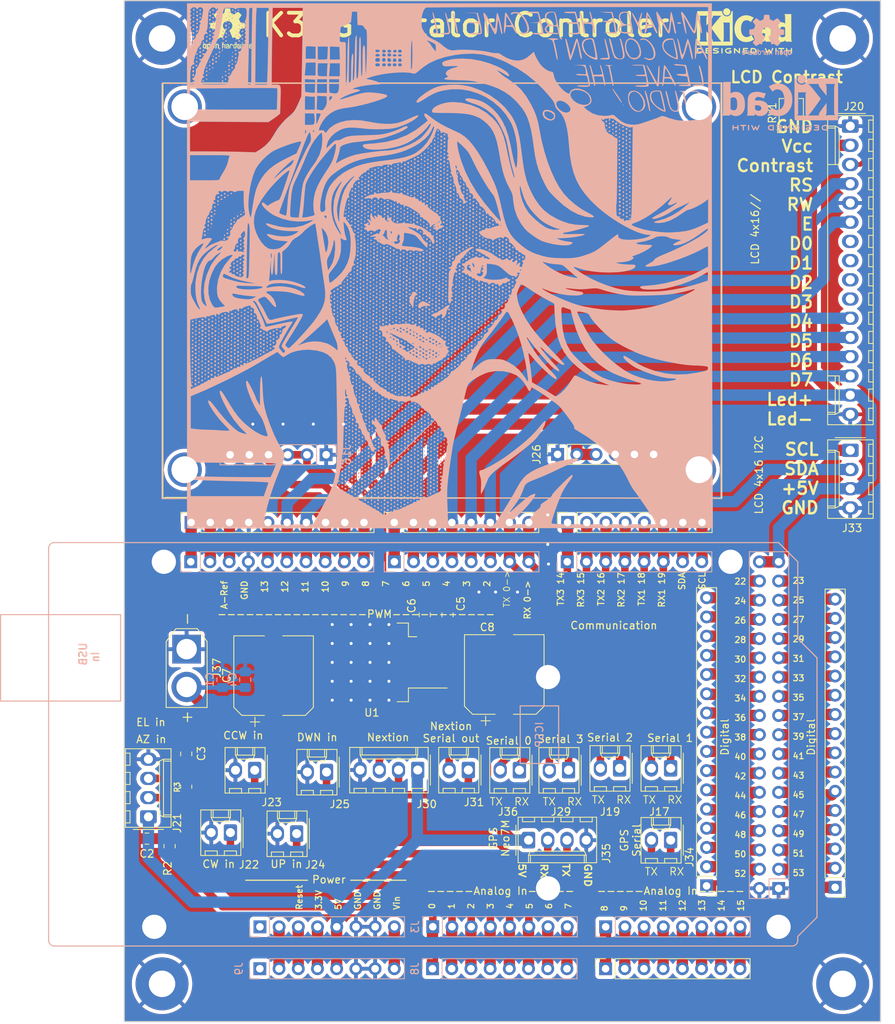
<source format=kicad_pcb>
(kicad_pcb (version 20221018) (generator pcbnew)
  (title_block (date "mar. 31 mars 2015"))
  (layers (0 "F.Cu" signal) (31 "B.Cu" signal) (34 "B.Paste" user) (35 "F.Paste" user) (36 "B.SilkS" user "B.Silkscreen") (37 "F.SilkS" user "F.Silkscreen") (38 "B.Mask" user) (39 "F.Mask" user) (44 "Edge.Cuts" user))
  (net 0 "")
  (net 1 "GND")
  (net 2 "/*52")
  (net 3 "/53")
  (net 4 "/50")
  (net 5 "/51")
  (net 6 "/48")
  (net 7 "/49")
  (net 8 "/*46")
  (net 9 "/47")
  (net 10 "/*44")
  (net 11 "/*45")
  (net 12 "/42")
  (net 13 "/43")
  (net 14 "/40")
  (net 15 "/41")
  (net 16 "/38")
  (net 17 "/39")
  (net 18 "/36")
  (net 19 "/37")
  (net 20 "/34")
  (net 21 "/35")
  (net 22 "/32")
  (net 23 "/33")
  (net 24 "/30")
  (net 25 "/31")
  (net 26 "/28")
  (net 27 "/29")
  (net 28 "/26")
  (net 29 "/27")
  (net 30 "/24")
  (net 31 "/25")
  (net 32 "/22")
  (net 33 "/23")
  (net 34 "+5V")
  (net 35 "/IOREF")
  (net 36 "AN0")
  (net 37 "AN1")
  (net 38 "/A6")
  (net 39 "/A7")
  (net 40 "/A8")
  (net 41 "/A9")
  (net 42 "/A10")
  (net 43 "/A11")
  (net 44 "/A12")
  (net 45 "/A13")
  (net 46 "/A14")
  (net 47 "/A15")
  (net 48 "/AREF")
  (net 49 "Blink")
  (net 50 "RS")
  (net 51 "E")
  (net 52 "/*10")
  (net 53 "D4")
  (net 54 "D5")
  (net 55 "D6")
  (net 56 "D7")
  (net 57 "/TX0{slash}1")
  (net 58 "/RX0{slash}0")
  (net 59 "+3V3")
  (net 60 "/TX3{slash}14")
  (net 61 "/RX3{slash}15")
  (net 62 "/TX2{slash}16")
  (net 63 "/RX2{slash}17")
  (net 64 "/TX1{slash}18")
  (net 65 "/RX1{slash}19")
  (net 66 "VCC")
  (net 67 "/~{RESET}")
  (net 70 "Net-(J20-Pin_3)")
  (net 75 "Net-(J21-Pin_2)")
  (net 76 "Net-(J21-Pin_3)")
  (net 77 "AN2")
  (net 78 "AN3")
  (net 79 "AN4")
  (net 80 "AN5")
  (net 81 "CW")
  (net 82 "CCW")
  (net 83 "UP")
  (net 84 "DWN")
  (net 85 "Net-(J30-Pin_2)")
  (net 86 "Net-(J30-Pin_3)")
  (net 87 "SDA")
  (net 88 "SCL")
  (net 89 "Net-(J34-Pin_1)")
  (net 90 "Net-(J34-Pin_2)")
  (net 91 "Net-(J37-Pin_2)")
  (footprint "Resistor_SMD:R_0805_2012Metric_Pad1.20x1.40mm_HandSolder" (layer "F.Cu") (at 118.2 78.94 -90)
    (fp_text reference "R3")
    (fp_text value "1k")
  )
  (footprint "Connector_Molex:Molex_KK-254_AE-6410-02A_1x02_P2.54mm_Vertical" (layer "F.Cu") (at 155.5 76.73 180)
    (fp_text reference "J31")
    (fp_text value "Conn_01x02")
  )
  (footprint "MountingHole:MountingHole_3.5mm_Pad" (layer "F.Cu") (at 205 105)
    (fp_text reference "H2" hide)
    (fp_text value "MountingHole_Pad")
  )
  (footprint "Symbol:KiCad-Logo2_5mm_SilkScreen" (layer "F.Cu") (at 192.01 -21)
    (fp_text reference "REF**" hide)
    (fp_text value "KiCad-Logo2_5mm_SilkScreen" hide)
  )
  (footprint "Arduino_MountingHole:MountingHole_3.2mm" (layer "F.Cu") (at 196.52 97.46)
    (fp_text reference "MH6" hide)
    (fp_text value "MountingHole_3.2mm" hide)
  )
  (footprint "Connector_Molex:Molex_KK-254_AE-6410-02A_1x02_P2.54mm_Vertical" (layer "F.Cu") (at 162.25 76.75 180)
    (fp_text reference "J36")
    (fp_text value "Conn_01x02")
  )
  (footprint "Connector_PinSocket_2.54mm:PinSocket_1x08_P2.54mm_Vertical" (layer "F.Cu") (at 173.64 103 90)
    (fp_text reference "J10" hide)
    (fp_text value "Analog")
  )
  (footprint "Capacitor_SMD:C_0805_2012Metric_Pad1.18x1.45mm_HandSolder" (layer "F.Cu") (at 152.75 56.2125 -90)
    (fp_text reference "C5")
    (fp_text value "10n")
  )
  (footprint "Potentiometer_SMD:Potentiometer_Bourns_TC33X_Vertical" (layer "F.Cu") (at 198.2 -10.15 90)
    (fp_text reference "RV1")
    (fp_text value "4k7")
  )
  (footprint "Connector_PinSocket_2.54mm:PinSocket_1x10_P2.54mm_Vertical" (layer "F.Cu") (at 118.84 44 90)
    (fp_text reference "J12" hide)
    (fp_text value "PWM")
  )
  (footprint "Capacitor_SMD:C_0805_2012Metric_Pad1.18x1.45mm_HandSolder" (layer "F.Cu") (at 113 85.8)
    (fp_text reference "C2")
    (fp_text value "10n")
  )
  (footprint "Connector_PinHeader_2.54mm:PinHeader_1x16_P2.54mm_Vertical" (layer "F.Cu") (at 187 92.05 180)
    (fp_text reference "J14" hide)
    (fp_text value "Conn_01x16")
  )
  (footprint "Connector_Molex:Molex_KK-254_AE-6410-02A_1x02_P2.54mm_Vertical" (layer "F.Cu") (at 136.75 77 180)
    (fp_text reference "J25")
    (fp_text value "Push_button_DwN")
  )
  (footprint "MountingHole:MountingHole_3.5mm_Pad" (layer "F.Cu") (at 115 105)
    (fp_text reference "H1" hide)
    (fp_text value "MountingHole_Pad")
  )
  (footprint "Connector_Molex:Molex_KK-254_AE-6410-02A_1x02_P2.54mm_Vertical" (layer "F.Cu") (at 168.75 76.75 180)
    (fp_text reference "J29")
    (fp_text value "Conn_01x02")
  )
  (footprint "Capacitor_SMD:C_0805_2012Metric_Pad1.18x1.45mm_HandSolder" (layer "F.Cu") (at 118.2 74.6 -90)
    (fp_text reference "C3")
    (fp_text value "10n")
  )
  (footprint "Connector_Molex:Molex_KK-254_AE-6410-02A_1x02_P2.54mm_Vertical" (layer "F.Cu") (at 124.04 85 180)
    (fp_text reference "J22")
    (fp_text value "Push_button_CW")
  )
  (footprint "Connector_PinSocket_2.54mm:PinSocket_1x08_P2.54mm_Vertical" (layer "F.Cu") (at 145.7 44 90)
    (fp_text reference "J13" hide)
    (fp_text value "PWM")
  )
  (footprint "Arduino_MountingHole:MountingHole_3.2mm" (layer "F.Cu") (at 115.24 49.2)
    (fp_text reference "MH1" hide)
    (fp_text value "MountingHole_3.2mm" hide)
  )
  (footprint "Connector_Molex:Molex_KK-254_AE-6410-02A_1x02_P2.54mm_Vertical" (layer "F.Cu") (at 175.5 76.5 180)
    (fp_text reference "J19")
    (fp_text value "Conn_01x02")
  )
  (footprint "MountingHole:MountingHole_3.5mm_Pad" (layer "F.Cu") (at 115 -20)
    (fp_text reference "H3" hide)
    (fp_text value "MountingHole_Pad")
  )
  (footprint "Symbol:OSHW-Logo2_7.3x6mm_SilkScreen" (layer "F.Cu") (at 123.67 -21.21)
    (fp_text reference "REF**" hide)
    (fp_text value "OSHW-Logo2_7.3x6mm_SilkScreen" hide)
  )
  (footprint "Connector_Molex:Molex_KK-254_AE-6410-02A_1x02_P2.54mm_Vertical" (layer "F.Cu") (at 182.25 76.5 180)
    (fp_text reference "J17")
    (fp_text value "Conn_01x02")
  )
  (footprint "Capacitor_SMD:C_0805_2012Metric_Pad1.18x1.45mm_HandSolder" (layer "F.Cu") (at 149.74 56.2125 -90)
    (fp_text reference "C6")
    (fp_text value "100n")
  )
  (footprint "Capacitor_SMD:CP_Elec_10x12.6" (layer "F.Cu") (at 129.75 64.25 90)
    (fp_text reference "C7")
    (fp_text value "100u")
  )
  (footprint "Resistor_SMD:R_0805_2012Metric_Pad1.20x1.40mm_HandSolder" (layer "F.Cu") (at 116 86.8 -90)
    (fp_text reference "R2")
    (fp_text value "1k")
  )
  (footprint "Connector_Molex:Molex_KK-254_AE-6410-04A_1x04_P2.54mm_Vertical" (layer "F.Cu") (at 148.81 76.73 180)
    (fp_text reference "J30")
    (fp_text value "Nextion")
  )
  (footprint "Connector_Molex:Molex_KK-254_AE-6410-04A_1x04_P2.54mm_Vertical" (layer "F.Cu") (at 163.46 86)
    (fp_text reference "J35")
    (fp_text value "GPS Neo7M")
  )
  (footprint "Connector_AMASS:AMASS_XT30U-F_1x02_P5.0mm_Vertical" (layer "F.Cu") (at 118.25 60.75 -90)
    (fp_text reference "J37")
    (fp_text value "XT30 connector")
  )
  (footprint "Connector_PinHeader_2.54mm:PinHeader_1x16_P2.54mm_Vertical" (layer "F.Cu") (at 204 92.24 180)
    (fp_text reference "J15" hide)
    (fp_text value "Conn_01x16")
  )
  (footprint "Capacitor_SMD:CP_Elec_10x12.6" (layer "F.Cu") (at 160.25 64.1 90)
    (fp_text reference "C8")
    (fp_text value "100u")
  )
  (footprint "Connector_Molex:Molex_KK-254_AE-6410-04A_1x04_P2.54mm_Vertical" (layer "F.Cu") (at 113.2 82.92 90)
    (fp_text reference "J21")
    (fp_text value "Conn_01x04")
  )
  (footprint "Package_TO_SOT_SMD:TO-263-3_TabPin2" (layer "F.Cu") (at 142.75 62.5 180)
    (fp_text reference "U1")
    (fp_text value "uA7805")
  )
  (footprint "Connector_PinSocket_2.54mm:PinSocket_1x08_P2.54mm_Vertical" (layer "F.Cu") (at 168.62 44 90)
    (fp_text reference "J11" hide)
    (fp_text value "Communication")
  )
  (footprint "Connector_Molex:Molex_KK-254_AE-6410-02A_1x02_P2.54mm_Vertical" (layer "F.Cu") (at 127.25 76.75 180)
    (fp_text reference "J23")
    (fp_text value "Push_button_CCW")
  )
  (footprint "Connector_Molex:Molex_KK-254_AE-6410-02A_1x02_P2.54mm_Vertical" (layer "F.Cu") (at 132.8 85.14 180)
    (fp_text reference "J24")
    (fp_text value "Push_button_UP")
  )
  (footprint "Connector_Molex:Molex_KK-254_AE-6410-16A_1x16_P2.54mm_Vertical" (layer "F.Cu") (at 206 -8.4 -90)
    (fp_text reference "J20")
    (fp_text value "LCD 4x16//")
  )
  (footprint "Arduino_MountingHole:MountingHole_3.2mm" (layer "F.Cu") (at 113.97 97.46)
    (fp_text reference "MH2" hide)
    (fp_text value "MountingHole_3.2mm" hide)
  )
  (footprint "Connector_PinSocket_2.54mm:PinSocket_1x06_P2.54mm_Vertical" (layer "F.Cu") (at 167.3 35 90)
    (fp_text reference "J26")
    (fp_text value "AZ_Relay")
  )
  (footprint "Arduino_MountingHole:MountingHole_3.2mm" (layer "F.Cu") (at 166.04 64.44)
    (fp_text reference "MH3" hide)
    (fp_text value "MountingHole_3.2mm" hide)
  )
  (footprint "Connector_Molex:Molex_KK-254_AE-6410-04A_1x04_P2.54mm_Vertical" (layer "F.Cu") (at 206 34.46 -90)
    (fp_text reference "J33")
    (fp_text value "LCD 4x16 I2C")
  )
  (footprint "Arduino_MountingHole:MountingHole_3.2mm" (layer "F.Cu") (at 166.04 92.38)
    (fp_text reference "MH4" hide)
    (fp_text value "MountingHole_3.2mm" hide)
  )
  (footprint "MountingHole:MountingHole_3.5mm_Pad" (layer "F.Cu") (at 205 -20)
    (fp_text reference "H4" hide)
    (fp_text value "MountingHole_Pad")
  )
  (footprint "Connector_Molex:Molex_KK-254_AE-6410-02A_1x02_P2.54mm_Vertical" (layer "F.Cu") (at 182.25 86 180)
    (fp_text reference "J34")
    (fp_text value "Conn_01x02")
  )
  (footprint "Arduino_MountingHole:MountingHole_3.2mm" (layer "F.Cu") (at 190.17 49.2)
    (fp_text reference "MH5" hide)
    (fp_text value "MountingHole_3.2mm" hide)
  )
  (footprint "Connector_PinSocket_2.54mm:PinSocket_2x18_P2.54mm_Vertical" (layer "B.Cu") (at 196.53 92.38)
    (fp_text reference "J7" hide)
    (fp_text value "Digital")
  )
  (footprint "Connector_PinSocket_2.54mm:PinSocket_1x08_P2.54mm_Vertical" (layer "B.Cu") (at 127.94 97.46 -90)
    (fp_text reference "J1" hide)
    (fp_text value "Power")
  )
  (footprint "Connector_PinSocket_2.54mm:PinSocket_1x08_P2.54mm_Vertical" (layer "B.Cu") (at 173.66 97.46 -90)
    (fp_text reference "J5" hide)
    (fp_text value "Analog")
  )
  (footprint "Connector_PinSocket_2.54mm:PinSocket_1x10_P2.54mm_Vertical" (layer "B.Cu") (at 118.796 49.2 -90)
    (fp_text reference "J2" hide)
    (fp_text value "PWM")
  )
  (footprint "Connector_PinSocket_2.54mm:PinSocket_1x08_P2.54mm_Vertical" (layer "B.Cu") (at 145.72 49.2 -90)
    (fp_text reference "J4" hide)
    (fp_text value "PWM")
  )
  (footprint "Connector_PinSocket_2.54mm:PinSocket_1x08_P2.54mm_Vertical" (layer "B.Cu") (at 168.58 49.2 -90)
    (fp_text reference "J6" hide)
    (fp_text value "Communication")
  )
  (footprint "Connector_PinHeader_2.54mm:PinHeader_1x08_P2.54mm_Vertical" (layer "B.Cu") (at 150.76 103 -90)
    (fp_text reference "J8")
    (fp_text value "Analog")
  )
  (footprint "Capacitor_SMD:C_0805_2012Metric_Pad1.18x1.45mm_HandSolder" (layer "B.Cu") (at 122.99 64.7875 -90)
    (fp_text reference "C1")
    (fp_text value "10n")
  )
  (footprint "Symbol:OSHW-Logo2_7.3x6mm_SilkScreen" (layer "B.Cu") (at 194.95 -20.36 180)
    (fp_text reference "REF**" hide)
    (fp_text value "OSHW-Logo2_7.3x6mm_SilkScreen" hide)
  )
  (footprint "Connector_PinHeader_2.54mm:PinHeader_1x08_P2.54mm_Vertical" (layer "B.Cu") (at 150.8 97.45 -90)
    (fp_text reference "J3")
    (fp_text value "Analog")
  )
  (footprint "Licht:lichtenstein" (layer "B.Cu") (at 153 10 180)
    (fp_text reference "G***" hide)
    (fp_text value "LOGO" hide)
  )
  (footprint "Connector_PinSocket_2.54mm:PinSocket_1x08_P2.54mm_Vertical" (layer "B.Cu") (at 127.93 103 -90)
    (fp_text reference "J9")
    (fp_text value "Power")
  )
  (footprint "Capacitor_SMD:C_0805_2012Metric_Pad1.18x1.45mm_HandSolder" (layer "B.Cu") (at 126 64.7875 -90)
    (fp_text reference "C4")
    (fp_text value "100n")
  )
  (footprint "Symbol:KiCad-Logo2_6mm_SilkScreen" (layer "B.Cu") (at 196.727487 -12.195152 180)
    (fp_text reference "REF**" hide)
    (fp_text value "KiCad-Logo2_6mm_SilkScreen" hide)
  )
  (footprint "Connector_PinSocket_2.54mm:PinSocket_1x06_P2.54mm_Vertical" (layer "B.Cu") (at 136.7 35.05 90)
    (fp_text reference "J16")
    (fp_text value "EL_Relay")
  )
  (gr_line (start 199.06 59.36) (end 201.6 61.9) (stroke (width 0.15)) (layer "B.SilkS"))
  (gr_line (start 100 99.238) (end 100 47.422) (stroke (width 0.15)) (layer "B.SilkS"))
  (gr_line (start 201.6 61.9) (end 201.6 96.19) (stroke (width 0.15)) (layer "B.SilkS"))
  (gr_rect (start 162.357 68.25) (end 167.437 75.87) (stroke (width 0.15)) (fill none) (layer "B.SilkS"))
  (gr_line (start 115 40.85) (end 188.5 40.75) (stroke (width 0.15)) (layer "B.SilkS"))
  (gr_line (start 198.298 100) (end 100.762 100) (stroke (width 0.15)) (layer "B.SilkS"))
  (gr_line (start 100.762 46.66) (end 196.52 46.66) (stroke (width 0.15)) (layer "B.SilkS"))
  (gr_line (start 115 -14.05) (end 115 40.85) (stroke (width 0.15)) (layer "B.SilkS"))
  (gr_line (start 188.9 40.85) (end 188.9 -14.05) (stroke (width 0.15)) (layer "B.SilkS"))
  (gr_arc (start 100.762 100) (mid 100.223184 99.776816) (end 100 99.238) (stroke (width 0.15)) (layer "B.SilkS"))
  (gr_line (start 93.65 67.615) (end 93.65 56.185) (stroke (width 0.15)) (layer "B.SilkS"))
  (gr_line (start 201.6 96.19) (end 199.06 98.73) (stroke (width 0.15)) (layer "B.SilkS"))
  (gr_line (start 196.52 46.66) (end 199.06 49.2) (stroke (width 0.15)) (layer "B.SilkS"))
  (gr_arc (start 199.06 99.238) (mid 198.836816 99.776816) (end 198.298 100) (stroke (width 0.15)) (layer "B.SilkS"))
  (gr_line (start 109.525 56.185) (end 109.525 67.615) (stroke (width 0.15)) (layer "B.SilkS"))
  (gr_line (start 93.65 56.185) (end 109.525 56.185) (stroke (width 0.15)) (layer "B.SilkS"))
  (gr_line (start 199.06 49.2) (end 199.06 59.36) (stroke (width 0.15)) (layer "B.SilkS"))
  (gr_line (start 199.06 98.73) (end 199.06 99.238) (stroke (width 0.15)) (layer "B.SilkS"))
  (gr_arc (start 100 47.422) (mid 100.223184 46.883184) (end 100.762 46.66) (stroke (width 0.15)) (layer "B.SilkS"))
  (gr_line (start 188.9 -14.05) (end 115 -14.05) (stroke (width 0.15)) (layer "B.SilkS"))
  (gr_line (start 109.525 67.615) (end 93.65 67.615) (stroke (width 0.15)) (layer "B.SilkS"))
  (gr_line (start 139.95 91.3) (end 147.25 91.3) (stroke (width 0.15)) (layer "F.SilkS"))
  (gr_line (start 115.5 40.7) (end 189 40.8) (stroke (width 0.15)) (layer "F.SilkS"))
  (gr_line (start 189 40.8) (end 189 -14.1) (stroke (width 0.15)) (layer "F.SilkS"))
  (gr_line (start 134.25 91.3) (end 126.05 91.3) (stroke (width 0.15)) (layer "F.SilkS"))
  (gr_line (start 115.1 40.8) (end 115.5 40.7) (stroke (width 0.15)) (layer "F.SilkS"))
  (gr_line (start 115.1 -14.1) (end 115.1 40.8) (stroke (width 0.15)) (layer "F.SilkS"))
  (gr_line (start 189 -14.1) (end 115.1 -14.1) (stroke (width 0.15)) (layer "F.SilkS"))
  (gr_rect (start 110 -25) (end 210 110) (stroke (width 0.15)) (fill none) (layer "Edge.Cuts"))
  (gr_text "USB \nIn" (at 106.75 61.78 90) (layer "B.SilkS") (effects (font (size 1 1) (thickness 0.2) bold) (justify bottom mirror)))
  (gr_text "ICSP" (at 164.897 72.06 90) (layer "B.SilkS") (effects (font (size 1 1)) (justify mirror)))
  (gr_text "Reset\n\n3.3V\n\n5V\n\nGND\n\nGND\n\nVin" (at 146.5 95.3 90) (layer "F.SilkS") (effects (font (size 0.8 0.8)) (justify left bottom)))
  (gr_text "GPS\nSerial" (at 178.33 86.02 90) (layer "F.SilkS") (effects (font (size 1 1)) (justify bottom)))
  (gr_text "Nextion" (at 142 73) (layer "F.SilkS") (effects (font (size 1 1)) (justify left bottom)))
  (gr_text "0\n\n1\n\n2\n\n3\n\n4\n\n5\n\n6\n\n7\n" (at 169.2 95.2 90) (layer "F.SilkS") (effects (font (size 0.8 0.8)) (justify left bottom)))
  (gr_text "LCD 4x16 I2C" (at 194.5 43 90) (layer "F.SilkS") (effects (font (size 1 1)) (justify left bottom)))
  (gr_text "TX  RX" (at 165.25 81.5) (layer "F.SilkS") (effects (font (size 1 1) (thickness 0.125)) (justify left bottom)))
  (gr_text "-----Analog In-----\n" (at 149.9 93.3) (layer "F.SilkS") (effects (font (size 1 1)) (justify left bottom)))
  (gr_text "Serial 3" (at 164.56 73.23) (layer "F.SilkS") (effects (font (size 1 1)) (justify left bottom)))
  (gr_text "TX  RX" (at 178.75 90.75) (layer "F.SilkS") (effects (font (size 1 1) (thickness 0.125)) (justify left bottom)))
  (gr_text "UP in" (at 129.25 89.75) (layer "F.SilkS") (effects (font (size 1 1)) (justify left bottom)))
  (gr_text "-----Analog In-----\n" (at 172.4 93.3) (layer "F.SilkS") (effects (font (size 1 1)) (justify left bottom)))
  (gr_text "TX  RX" (at 171.75 81.25) (layer "F.SilkS") (effects (font (size 1 1) (thickness 0.125)) (justify left bottom)))
  (gr_text "8\n\n9\n\n10\n\n11\n\n12\n\n13\n\n14\n\n15" (at 192 95.5 90) (layer "F.SilkS") (effects (font (size 0.8 0.8)) (justify left bottom)))
  (gr_text "Serial 1" (at 179.06 73.09) (layer "F.SilkS") (effects (font (size 1 1)) (justify left bottom)))
  (gr_text "TX3 14\n\nRX3 15\n\nTX2 16\n\nRX2 17\n\nTX1 18\n\nRX1 19\n\nSDA\n\nSCL" (at 186.9 50.5 90) (layer "F.SilkS") (effects (font (size 0.83 0.83)) (justify right bottom)))
  (gr_text "Nextion\nSerial out\n\n" (at 153.21 74.74) (layer "F.SilkS") (effects (font (size 1 1)) (justify bottom)))
  (gr_text "LCD Contrast" (at 190 -14) (layer "F.SilkS") (effects (font (size 1.5 1.5) (thickness 0.3) bold) (justify left bottom)))
  (gr_text "Communication" (at 168.9 58.2) (layer "F.SilkS") (effects (font (size 1 1)) (justify left bottom)))
  (gr_text "GND\n\nTX\n\nRX\n\n5V" (at 162.08 88.99 270) (layer "F.SilkS") (effects (font (size 0.9 1) (thickness 0.2) bold) (justify left bottom)))
  (gr_text "DWN in" (at 132.75 73) (layer "F.SilkS") (effects (font (size 1 1)) (justify left bottom)))
  (gr_text "Serial 0" (at 157.72 73.45) (layer "F.SilkS") (effects (font (size 1 1)) (justify left bottom)))
  (gr_text "Digital" (at 190 74.9 90) (layer "F.SilkS") (effects (font (size 1 1)) (justify left bottom)))
  (gr_text "LCD 4x16//" (at 194 10 90) (layer "F.SilkS") (effects (font (size 1 1)) (justify left bottom)))
  (gr_text "23\n\n25\n\n27\n\n29\n\n31\n\n33\n\n35\n\n37\n\n39\n\n41\n\n43\n\n45\n\n47\n\n49\n\n51\n\n53" (at 198.3 90.8) (layer "F.SilkS") (effects (font (size 0.8 0.8)) (justify left bottom)))
  (gr_text "Digital" (at 201.4 74.9 90) (layer "F.SilkS") (effects (font (size 1 1)) (justify left bottom)))
  (gr_text "EL in" (at 111.5 71) (layer "F.SilkS") (effects (font (size 1 1)) (justify left bottom)))
  (gr_text "----------------PWM-----------" (at 122.2 56.7) (layer "F.SilkS") (effects (font (size 1 1)) (justify left bottom)))
  (gr_text "22\n\n24\n\n26\n\n28\n\n30\n\n32\n\n34\n\n36\n\n38\n\n40\n\n42\n\n44\n\n46\n\n48\n\n50\n\n52" (at 190.6 90.9) (layer "F.SilkS") (effects (font (size 0.8 0.8)) (justify left bottom)))
  (gr_text "TX  RX" (at 178.5 81.25) (layer "F.SilkS") (effects (font (size 1 1) (thickness 0.125)) (justify left bottom)))
  (gr_text "AZ in" (at 111.5 73.25) (layer "F.SilkS") (effects (font (size 1 1)) (justify left bottom)))
  (gr_text "CW in" (at 120.25 89.75) (layer "F.SilkS") (effects (font (size 1 1)) (justify left bottom)))
  (gr_text "GPS\nNeo7M" (at 161 85.75 90) (layer "F.SilkS") (effects (font (size 1 1)) (justify bottom)))
  (gr_text "TX 0->" (at 161.07 50.27 90) (layer "F.SilkS") (effects (font (size 0.83 0.83) (thickness 0.10375)) (justify right bottom)))
  (gr_text "Power" (at 134.75 91.8) (layer "F.SilkS") (effects (font (size 1 1)) (justify left bottom)))
  (gr_text "K3NG Rotator Controler" (at 128 -20) (layer "F.SilkS") (effects (font (size 3 3) (thickness 0.5) bold) (justify left bottom)))
  (gr_text "A-Ref\n\nGND\n\n13\n\n12\n\n11\n\n10\n\n9\n\n8\n\n7\n\n6\n\n5\n\n4\n\n3\n\n2\n\n\n\nRX 0->" (at 163.8 51.6 90) (layer "F.SilkS") (effects (font (size 0.83 0.83)) (justify right bottom)))
  (gr_text "GND\nVcc\nContrast\nRS\nRW\nE\nD0\nD1\nD2\nD3\nD4\nD5\nD6\nD7\nLed+\nLed-\n" (at 201.25 31.25) (layer "F.SilkS") (effects (font (size 1.6 1.6) (thickness 0.3) bold) (justify right bottom)))
  (gr_text "Serial 2" (at 171.11 73.02) (layer "F.SilkS") (effects (font (size 1 1)) (justify left bottom)))
  (gr_text "CCW in" (at 123 72.75) (layer "F.SilkS") (effects (font (size 1 1)) (justify left bottom)))
  (gr_text "TX  RX" (at 158.25 81.5) (layer "F.SilkS") (effects (font (size 1 1) (thickness 0.125)) (justify left bottom)))
  (gr_text "SCL\nSDA\n+5V\nGND" (at 202 43) (layer "F.SilkS") (effects (font (size 1.6 1.6) (thickness 0.32) bold) (justify right bottom)))
  (via (at 186 -10.95) (size 4.5) (drill 3.5) (layers "F.Cu" "B.Cu") (net 0))
  (via (at 186 37) (size 4.5) (drill 3.5) (layers "F.Cu" "B.Cu") (net 0))
  (via (at 186 37.05) (size 4.5) (drill 3.5) (layers "F.Cu" "B.Cu") (net 0))
  (via (at 118 -11) (size 4.5) (drill 3.5) (layers "F.Cu" "B.Cu") (net 0))
  (via (at 118 37.05) (size 4.5) (drill 3.5) (layers "F.Cu" "B.Cu") (net 0))
  (via (at 186 -11) (size 4.5) (drill 3.5) (layers "F.Cu" "B.Cu") (net 0))
  (via (at 118 -10.95) (size 4.5) (drill 3.5) (layers "F.Cu" "B.Cu") (net 0))
  (via (at 118 37) (size 4.5) (drill 3.5) (layers "F.Cu" "B.Cu") (net 0))
  (segment (start 143.17 97.47) (end 143.18 97.46) (width 1.5) (layer "F.Cu") (net 1))
  (segment (start 205.96 42.04) (end 206 42.08) (width 1.5) (layer "F.Cu") (net 1))
  (via (at 145 62.5) (size 0.6) (drill 0.4) (layers "F.Cu" "B.Cu") (net 1))
  (via (at 166 43) (size 0.6) (drill 0.4) (layers "F.Cu" "B.Cu") (net 1))
  (via (at 145 65) (size 0.6) (drill 0.4) (layers "F.Cu" "B.Cu") (net 1))
  (via (at 142.5 65) (size 0.6) (drill 0.4) (layers "F.Cu" "B.Cu") (net 1))
  (via (at 142.5 62.5) (size 0.6) (drill 0.4) (layers "F.Cu" "B.Cu") (net 1))
  (via (at 142.5 67.5) (size 0.6) (drill 0.4) (layers "F.Cu" "B.Cu") (net 1))
  (via (at 139 31) (size 0.6) (drill 0.4) (layers "F.Cu" "B.Cu") (net 1))
  (via (at 162 53.2) (size 0.6) (drill 0.4) (layers "F.Cu" "B.Cu") (net 1))
  (via (at 137.5 62.5) (size 0.6) (drill 0.4) (layers "F.Cu" "B.Cu") (net 1))
  (via (at 166.1 49.5) (size 0.6) (drill 0.4) (layers "F.Cu" "B.Cu") (net 1))
  (via (at 142.5 57.5) (size 0.6) (drill 0.4) (layers "F.Cu" "B.Cu") (net 1))
  (via (at 137.5 60) (size 0.6) (drill 0.4) (layers "F.Cu" "B.Cu") (net 1))
  (via (at 156.9 53.2) (size 0.6) (drill 0.4) (layers "F.Cu" "B.Cu") (net 1))
  (via (at 145 67.5) (size 0.6) (drill 0.4) (layers "F.Cu" "B.Cu") (net 1))
  (via (at 137.5 57.5) (size 0.6) (drill 0.4) (layers "F.Cu" "B.Cu") (net 1))
  (via (at 142.5 60) (size 0.6) (drill 0.4) (layers "F.Cu" "B.Cu") (net 1))
  (via (at 140 60) (size 0.6) (drill 0.4) (layers "F.Cu" "B.Cu") (net 1))
  (via (at 135 31) (size 0.6) (drill 0.4) (layers "F.Cu" "B.Cu") (net 1))
  (via (at 140 62.5) (size 0.6) (drill 0.4) (layers "F.Cu" "B.Cu") (net 1))
  (via (at 137.5 67.5) (size 0.6) (drill 0.4) (layers "F.Cu" "B.Cu") (net 1))
  (via (at 159.1 53.2) (size 0.6) (drill 0.4) (layers "F.Cu" "B.Cu") (net 1))
  (via (at 131 31) (size 0.6) (drill 0.4) (layers "F.Cu" "B.Cu") (net 1))
  (via (at 140 57.5) (size 0.6) (drill 0.4) (layers "F.Cu" "B.Cu") (net 1))
  (via (at 127 31) (size 0.6) (drill 0.4) (layers "F.Cu" "B.Cu") (net 1))
  (via (at 145 57.5) (size 0.6) (drill 0.4) (layers "F.Cu" "B.Cu") (net 1))
  (via (at 166 46.9) (size 0.6) (drill 0.4) (layers "F.Cu" "B.Cu") (net 1))
  (via (at 140 65) (size 0.6) (drill 0.4) (layers "F.Cu" "B.Cu") (net 1))
  (via (at 137.5 65) (size 0.6) (drill 0.4) (layers "F.Cu" "B.Cu") (net 1))
  (via (at 140 67.5) (size 0.6) (drill 0.4) (layers "F.Cu" "B.Cu") (net 1))
  (via (at 145 60) (size 0.6) (drill 0.4) (layers "F.Cu" "B.Cu") (net 1))
  (segment (start 136.75 35) (end 136.7 35.05) (width 1.5) (layer "B.Cu") (net 1))
  (segment (start 196.53 89.84) (end 197.58 89.84) (width 1.5) (layer "F.Cu") (net 2))
  (segment (start 199.98 92.24) (end 204 92.24) (width 1.5) (layer "F.Cu") (net 2))
  (segment (start 197.58 89.84) (end 199.98 92.24) (width 1.5) (layer "F.Cu") (net 2))
  (segment (start 190.85 92.05) (end 187 92.05) (width 1.5) (layer "F.Cu") (net 3))
  (segment (start 193.06 89.84) (end 190.85 92.05) (width 1.5) (layer "F.Cu") (net 3))
  (segment (start 193.99 89.84) (end 193.06 89.84) (width 1.5) (layer "F.Cu") (net 3))
  (segment (start 200.04 89.7) (end 204 89.7) (width 1.5) (layer "F.Cu") (net 4))
  (segment (start 197.64 87.3) (end 200.04 89.7) (width 1.5) (layer "F.Cu") (net 4))
  (segment (start 196.53 87.3) (end 197.64 87.3) (width 1.5) (layer "F.Cu") (net 4))
  (segment (start 190.346652 89.51) (end 187 89.51) (width 1.5) (layer "F.Cu") (net 5))
  (segment (start 192.556652 87.3) (end 190.346652 89.51) (width 1.5) (layer "F.Cu") (net 5))
  (segment (start 193.99 87.3) (end 192.556652 87.3) (width 1.5) (layer "F.Cu") (net 5))
  (segment (start 196.53 84.76) (end 197.85 84.76) (width 1.5) (layer "F.Cu") (net 6))
  (segment (start 197.85 84.76) (end 200.25 87.16) (width 1.5) (layer "F.Cu") (net 6))
  (segment (start 200.25 87.16) (end 204 87.16) (width 1.5) (layer "F.Cu") (net 6))
  (segment (start 193.99 84.76) (end 192.69249 84.76) (width 1.5) (layer "F.Cu") (net 7))
  (segment (start 190.482489 86.97) (end 187 86.97) (width 1.5) (layer "F.Cu") (net 7))
  (segment (start 192.69249 84.76) (end 190.482489 86.97) (width 1.5) (layer "F.Cu") (net 7))
  (segment (start 196.53 82.22) (end 197.96 82.22) (width 1.5) (layer "F.Cu") (net 8))
  (segment (start 197.96 82.22) (end 200.36 84.62) (width 1.5) (layer "F.Cu") (net 8))
  (segment (start 200.36 84.62) (end 204 84.62) (width 1.5) (layer "F.Cu") (net 8))
  (segment (start 192.828328 82.22) (end 190.618328 84.43) (width 1.5) (layer "F.Cu") (net 9))
  (segment (start 190.618328 84.43) (end 187 84.43) (width 1.5) (layer "F.Cu") (net 9))
  (segment (start 193.99 82.22) (end 192.828328 82.22) (width 1.5) (layer "F.Cu") (net 9))
  (segment (start 196.53 79.68) (end 197.93 79.68) (width 1.5) (layer "F.Cu") (net 10))
  (segment (start 200.33 82.08) (end 204 82.08) (width 1.5) (layer "F.Cu") (net 10))
  (segment (start 197.93 79.68) (end 200.33 82.08) (width 1.5) (layer "F.Cu") (net 10))
  (segment (start 192.964164 79.68) (end 190.654164 81.99) (width 1.5) (layer "F.Cu") (net 11))
  (segment (start 193.99 79.68) (end 192.964164 79.68) (width 1.5) (layer "F.Cu") (net 11))
  (segment (start 190.654164 81.99) (end 187.1 81.99) (width 1.5) (layer "F.Cu") (net 11))
  (segment (start 187.1 81.99) (end 187 81.89) (width 1.5) (layer "F.Cu") (net 11))
  (segment (start 196.53 77.14) (end 197.94 77.14) (width 1.5) (layer "F.Cu") (net 12))
  (segment (start 203.52 80.02) (end 204 79.54) (width 1.5) (layer "F.Cu") (net 12))
  (segment (start 200.82 80.02) (end 203.52 80.02) (width 1.5) (layer "F.Cu") (net 12))
  (segment (start 197.94 77.14) (end 200.82 80.02) (width 1.5) (layer "F.Cu") (net 12))
  (segment (start 187.06 79.41) (end 187 79.35) (width 1.5) (layer "F.Cu") (net 13))
  (segment (start 192.787919 77.14) (end 190.517919 79.41) (width 1.5) (layer "F.Cu") (net 13))
  (segment (start 193.99 77.14) (end 192.787919 77.14) (width 1.5) (layer "F.Cu") (net 13))
  (segment (start 190.517919 79.41) (end 187.06 79.41) (width 1.5) (layer "F.Cu") (net 13))
  (segment (start 196.53 74.6) (end 198.12 74.6) (width 1.5) (layer "F.Cu") (net 14))
  (segment (start 198.12 74.6) (end 200.52 77) (width 1.5) (layer "F.Cu") (net 14))
  (segment (start 200.52 77) (end 204 77) (width 1.5) (layer "F.Cu") (net 14))
  (segment (start 193.99 74.6) (end 192.319748 74.6) (width 1.5) (layer "F.Cu") (net 15))
  (segment (start 190.109748 76.81) (end 187 76.81) (width 1.5) (layer "F.Cu") (net 15))
  (segment (start 192.319748 74.6) (end 190.109748 76.81) (width 1.5) (layer "F.Cu") (net 15))
  (segment (start 196.53 72.06) (end 198.07 72.06) (width 1.5) (layer "F.Cu") (net 16))
  (segment (start 200.47 74.46) (end 204 74.46) (width 1.5) (layer "F.Cu") (net 16))
  (segment (start 198.07 72.06) (end 200.47 74.46) (width 1.5) (layer "F.Cu") (net 16))
  (segment (start 191.89 72.06) (end 189.68 74.27) (width 1.5) (layer "F.Cu") (net 17))
  (segment (start 189.68 74.27) (end 187 74.27) (width 1.5) (layer "F.Cu") (net 17))
  (segment (start 193.99 72.06) (end 191.89 72.06) (width 1.5) (layer "F.Cu") (net 17))
  (segment (start 200.38 71.92) (end 204 71.92) (width 1.5) (layer "F.Cu") (net 18))
  (segment (start 197.98 69.52) (end 200.38 71.92) (width 1.5) (layer "F.Cu") (net 18))
  (segment (start 196.53 69.52) (end 197.98 69.52) (width 1.5) (layer "F.Cu") (net 18))
  (segment (start 191.720818 69.52) (end 189.510818 71.73) (width 1.5) (layer "F.Cu") (net 19))
  (segment (start 189.510818 71.73) (end 187 71.73) (width 1.5) (layer "F.Cu") (net 19))
  (segment (start 193.99 69.52) (end 191.720818 69.52) (width 1.5) (layer "F.Cu") (net 19))
  (segment (start 196.53 66.98) (end 197.93 66.98) (width 1.5) (layer "F.Cu") (net 20))
  (segment (start 200.33 69.38) (end 204 69.38) (width 1.5) (layer "F.Cu") (net 20))
  (segment (start 197.93 66.98) (end 200.33 69.38) (width 1.5) (layer "F.Cu") (net 20))
  (segment (start 189.646656 69.19) (end 187 69.19) (width 1.5) (layer "F.Cu") (net 21))
  (segment (start 191.856656 66.98) (end 189.646656 69.19) (width 1.5) (layer "F.Cu") (net 21))
  (segment (start 193.99 66.98) (end 191.856656 66.98) (width 1.5) (layer "F.Cu") (net 21))
  (segment (start 197.94 64.44) (end 200.34 66.84) (width 1.5) (layer "F.Cu") (net 22))
  (segment (start 200.34 66.84) (end 204 66.84) (width 1.5) (layer "F.Cu") (net 22))
  (segment (start 196.53 64.44) (end 197.94 64.44) (width 1.5) (layer "F.Cu") (net 22))
  (segment (start 189.712492 66.72) (end 187.07 66.72) (width 1.5) (layer "F.Cu") (net 23))
  (segment (start 187.07 66.72) (end 187 66.65) (width 1.5) (layer "F.Cu") (net 23))
  (segment (start 191.992492 64.44) (end 189.712492 66.72) (width 1.5) (layer "F.Cu") (net 23))
  (segment (start 193.99 64.44) (end 191.992492 64.44) (width 1.5) (layer "F.Cu") (net 23))
  (segment (start 196.53 61.9) (end 197.93 61.9) (width 1.5) (layer "F.Cu") (net 24))
  (segment (start 197.93 61.9) (end 200.33 64.3) (width 1.5) (layer "F.Cu") (net 24))
  (segment (start 200.33 64.3) (end 204 64.3) (width 1.5) (layer "F.Cu") (net 24))
  (segment (start 193.99 61.9) (end 192.128328 61.9) (width 1.5) (layer "F.Cu") (net 25))
  (segment (start 187.08 64.03) (end 187 64.11) (width 1.5) (layer "F.Cu") (net 25))
  (segment (start 192.128328 61.9) (end 189.998328 64.03) (width 1.5) (layer "F.Cu") (net 25))
  (segment (start 189.998328 64.03) (end 187.08 64.03) (width 1.5) (layer "F.Cu") (net 25))
  (segment (start 196.53 59.36) (end 197.99 59.36) (width 1.5) (layer "F.Cu") (net 26))
  (segment (start 200.39 61.76) (end 204 61.76) (width 1.5) (layer "F.Cu") (net 26))
  (segment (start 197.99 59.36) (end 200.39 61.76) (width 1.5) (layer "F.Cu") (net 26))
  (segment (start 192.264164 59.36) (end 190.054164 61.57) (width 1.5) (layer "F.Cu") (net 27))
  (segment (start 190.054164 61.57) (end 187 61.57) (width 1.5) (layer "F.Cu") (net 27))
  (segment (start 193.99 59.36) (end 192.264164 59.36) (width 1.5) (layer "F.Cu") (net 27))
  (segment (start 200.5 59.22) (end 204 59.22) (width 1.5) (layer "F.Cu") (net 28))
  (segment (start 198.1 56.82) (end 200.5 59.22) (width 1.5) (layer "F.Cu") (net 28))
  (segment (start 196.53 56.82) (end 198.1 56.82) (width 1.5) (layer "F.Cu") (net 28))
  (segment (start 193.99 56.82) (end 192.11 56.82) (width 1.5) (layer "F.Cu") (net 29))
  (segment (start 189.9 59.03) (end 187 59.03) (width 1.5) (layer "F.Cu") (net 29))
  (segment (start 192.11 56.82) (end 189.9 59.03) (width 1.5) (layer "F.Cu") (net 29))
  (segment (start 196.53 54.28) (end 198.23 54.28) (width 1.5) (layer "F.Cu") (net 30))
  (segment (start 200.63 56.68) (end 204 56.68) (width 1.5) (layer "F.Cu") (net 30))
  (segment (start 198.23 54.28) (end 200.63 56.68) (width 1.5) (layer "F.Cu") (net 30))
  (segment (start 191.8 54.28) (end 189.59 56.49) (width 1.5) (layer "F.Cu") (net 31))
  (segment (start 193.99 54.28) (end 191.8 54.28) (width 1.5) (layer "F.Cu") (net 31))
  (segment (start 189.59 56.49) (end 187 56.49) (width 1.5) (layer "F.Cu") (net 31))
  (segment (start 196.53 51.74) (end 198.22 51.74) (width 1.5) (layer "F.Cu") (net 32))
  (segment (start 198.22 51.74) (end 200.62 54.14) (width 1.5) (layer "F.Cu") (net 32))
  (segment (start 200.62 54.14) (end 204 54.14) (width 1.5) (layer "F.Cu") (net 32))
  (segment (start 189.33 53.95) (end 187 53.95) (width 1.5) (layer "F.Cu") (net 33))
  (segment (start 191.54 51.74) (end 189.33 53.95) (width 1.5) (layer "F.Cu") (net 33))
  (segment (start 193.99 51.74) (end 191.54 51.74) (width 1.5) (layer "F.Cu") (net 33))
  (segment (start 160.25 70.5) (end 157.75 73) (width 1.5) (layer "F.Cu") (net 34))
  (segment (start 200.86 -3.26) (end 203.46 -5.86) (width 1.5) (layer "F.Cu") (net 34))
  (segment (start 146 53) (end 143.9 50.9) (width 1.5) (layer "F.Cu") (net 34))
  (segment (start 152.75 57.61) (end 150.4 59.96) (width 0.6) (layer "F.Cu") (net 34))
  (segment (start 140 28) (end 126 28) (width 1.5) (layer "F.Cu") (net 34))
  (segment (start 142 38) (end 142 30) (width 1.5) (layer "F.Cu") (net 34))
  (segment (start 157.75 73) (end 157.75 82.5) (width 1.5) (layer "F.Cu") (net 34))
  (segment (start 126 28) (end 124 30) (width 1.5) (layer "F.Cu") (net 34))
  (segment (start 138.09 97.47) (end 138.1 97.46) (width 1.5) (layer "F.Cu") (net 34))
  (segment (start 196.53 49.2) (end 193.99 49.2) (width 1.5) (layer "F.Cu") (net 34))
  (segment (start 206 27.16) (end 203.91 27.16) (width 1.5) (layer "F.Cu") (net 34))
  (segment (start 143.9 50.9) (end 143.9 39.9) (width 1.5) (layer "F.Cu") (net 34))
  (segment (start 143.9 39.9) (end 142 38) (width 1.5) (layer "F.Cu") (net 34))
  (segment (start 197.2 -7) (end 197.2 -5.4) (width 1) (layer "F.Cu") (net 34))
  (segment (start 149.74 59.3) (end 150.4 59.96) (width 0.6) (layer "F.Cu") (net 34))
  (segment (start 203.91 27.16) (end 200.86 24.11) (width 1.5) (layer "F.Cu") (net 34))
  (segment (start 138.09 103) (end 138.09 97.47) (width 1.5) (layer "F.Cu") (net 34))
  (segment (start 149.74 57.25) (end 149.74 59.3) (width 0.6) (layer "F.Cu") (net 34))
  (segment (start 157.75 82.5) (end 161.25 86) (width 1.5) (layer "F.Cu") (net 34))
  (segment (start 160.25 68.45) (end 160.25 70.5) (width 1.5) (layer "F.Cu") (net 34))
  (segment (start 197.2 -5.4) (end 199.34 -3.26) (width 1) (layer "F.Cu") (net 34))
  (segment (start 155.375 61.625) (end 153.71 59.96) (width 1.5) (layer "F.Cu") (net 34))
  (segment (start 153.71 59.96) (end 150.4 59.96) (width 1.5) (layer "F.Cu") (net 34))
  (segment (start 203.46 -5.86) (end 206 -5.86) (width 1.5) (layer "F.Cu") (net 34))
  (segment (start 161.25 86) (end 163.46 86) (width 1.5) (layer "F.Cu") (net 34))
  (segment (start 152.75 57.25) (end 152.75 57.61) (width 0.6) (layer "F.Cu") (net 34))
  (segment (start 200.86 24.11) (end 200.86 -3.26) (width 1.5) (layer "F.Cu") (net 34))
  (segment (start 154.042278 53) (end 146 53) (width 1.5) (layer "F.Cu") (net 34))
  (segment (start 199.34 -3.26) (end 200.86 -3.26) (width 1) (layer "F.Cu") (net 34))
  (segment (start 124 30) (end 124 35.05) (width 1.5) (layer "F.Cu") (net 34))
  (segment (start 160.25 66.5) (end 155.375 61.625) (width 1.5) (layer "F.Cu") (net 34))
  (segment (start 152.75 57.25) (end 153 57.5) (width 0.6) (layer "F.Cu") (net 34))
  (segment (start 155.375 61.625) (end 155.375 54.332722) (width 1.5) (layer "F.Cu") (net 34))
  (segment (start 142 30) (end 140 28) (width 1.5) (layer "F.Cu") (net 34))
  (segment (start 205.96 39.5) (end 206 39.54) (width 1.5) (layer "F.Cu") (net 34))
  (segment (start 155.375 54.332722) (end 154.042278 53) (width 1.5) (layer "F.Cu") (net 34))
  (segment (start 148.75 76.79) (end 148.81 76.73) (width 1.5) (layer "B.Cu") (net 34))
  (segment (start 208.75 38) (end 208.75 28.75) (width 1.5) (layer "B.Cu") (net 34))
  (segment (start 201.71 39.54) (end 206 39.54) (width 1.5) (layer "B.Cu") (net 34))
  (segment (start 208.75 28.75) (end 207.16 27.16) (width 1.5) (layer "B.Cu") (net 34))
  (segment (start 206 39.54) (end 207.21 39.54) (width 1.5) (layer "B.Cu") (net 34))
  (segment (start 196.53 44.72) (end 201.71 39.54) (width 1.5) (layer "B.Cu") (net 34))
  (segment (start 196.53 49.2) (end 196.53 44.72) (width 1.5) (layer "B.Cu") (net 34))
  (segment (start 148.75 86) (end 148.75 76.79) (width 1.5) (layer "B.Cu") (net 34))
  (segment (start 138.1 95.9) (end 138.1 97.46) (width 1.5) (layer "B.Cu") (net 34))
  (segment (start 206 27.16) (end 186.84 27.16) (width 1.5) (layer "B.Cu") (net 34))
  (segment (start 207.16 27.16) (end 206 27.16) (width 1.5) (layer "B.Cu") (net 34))
  (segment (start 204.64 27.16) (end 206 27.16) (width 1.5) (layer "B.Cu") (net 34))
  (segment (start 148.75 86) (end 138.1 96.65) (width 1.5) (layer "B.Cu") (net 34))
  (segment (start 138.1 96.65) (end 138.1 97.46) (width 1.5) (layer "B.Cu") (net 34))
  (segment (start 136.4 94.2) (end 138.1 95.9) (width 1.5) (layer "B.Cu") (net 34))
  (segment (start 119 94.2) (end 136.4 94.2) (width 1.5) (layer "B.Cu") (net 34))
  (segment (start 186.84 27.16) (end 180 34) (width 1.5) (layer "B.Cu") (net 34))
  (segment (start 207.21 39.54) (end 208.75 38) (width 1.5) (layer "B.Cu") (net 34))
  (segment (start 163.46 86) (end 148.75 86) (width 1.5) (layer "B.Cu") (net 34))
  (segment (start 113.2 88.4) (end 119 94.2) (width 1.5) (layer "B.Cu") (net 34))
  (segment (start 113.2 82.92) (end 113.2 88.4) (width 1.5) (layer "B.Cu") (net 34))
  (segment (start 180 34) (end 180 35) (width 1.5) (layer "B.Cu") (net 34))
  (segment (start 130.47 97.47) (end 130.48 97.46) (width 1.5) (layer "F.Cu") (net 35))
  (segment (start 130.47 103) (end 130.47 97.47) (width 1.5) (layer "F.Cu") (net 35))
  (segment (start 123 94.8) (end 150 94.8) (width 1) (layer "F.Cu") (net 36))
  (segment (start 150 94.8) (end 150.8 95.6) (width 1) (layer "F.Cu") (net 36))
  (segment (start 150.8 95.6) (end 150.8 97.45) (width 1) (layer "F.Cu") (net 36))
  (segment (start 116 87.8) (end 123 94.8) (width 1) (layer "F.Cu") (net 36))
  (segment (start 150.76 97.49) (end 150.8 97.45) (width 1.5) (layer "F.Cu") (net 36))
  (segment (start 150.76 103) (end 150.76 97.49) (width 1.5) (layer "F.Cu") (net 36))
  (segment (start 118.2 87) (end 124.6 93.4) (width 1) (layer "F.Cu") (net 37))
  (segment (start 118.2 79.94) (end 118.2 87) (width 1) (layer "F.Cu") (net 37))
  (segment (start 153.3 97.49) (end 153.34 97.45) (width 1.5) (layer "F.Cu") (net 37))
  (segment (start 151.4 93.4) (end 153.34 95.34) (width 1) (layer "F.Cu") (net 37))
  (segment (start 153.34 95.34) (end 153.34 97.45) (width 1) (layer "F.Cu") (net 37))
  (segment (start 153.3 103) (end 153.3 97.49) (width 1.5) (layer "F.Cu") (net 37))
  (segment (start 124.6 93.4) (end 151.4 93.4) (width 1) (layer "F.Cu") (net 37))
  (segment (start 166 97.49) (end 166.04 97.45) (width 1.5) (layer "F.Cu") (net 38))
  (segment (start 166 103) (end 166 97.49) (width 1.5) (layer "F.Cu") (net 38))
  (segment (start 168.54 103) (end 168.54 97.49) (width 1.5) (layer "F.Cu") (net 39))
  (segment (start 168.54 97.49) (end 168.58 97.45) (width 1.5) (layer "F.Cu") (net 39))
  (segment (start 173.64 97.48) (end 173.66 97.46) (width 1.5) (layer "F.Cu") (net 40))
  (segment (start 173.64 103) (end 173.64 97.48) (width 1.5) (layer "F.Cu") (net 40))
  (segment (start 176.18 103) (end 176.18 97.48) (width 1.5) (layer "F.Cu") (net 41))
  (segment (start 176.18 97.48) (end 176.2 97.46) (width 1.5) (layer "F.Cu") (net 41))
  (segment (start 178.72 103) (end 178.72 97.48) (width 1.5) (layer "F.Cu") (net 42))
  (segment (start 178.72 97.48) (end 178.74 97.46) (width 1.5) (layer "F.Cu") (net 42))
  (segment (start 181.26 103) (end 181.26 97.48) (width 1.5) (layer "F.Cu") (net 43))
  (segment (start 181.26 97.48) (end 181.28 97.46) (width 1.5) (layer "F.Cu") (net 43))
  (segment (start 183.8 103) (end 183.8 97.48) (width 1.5) (layer "F.Cu") (net 44))
  (segment (start 183.8 97.48) (end 183.82 97.46) (width 1.5) (layer "F.Cu") (net 44))
  (segment (start 186.34 97.48) (end 186.36 97.46) (width 1.5) (layer "F.Cu") (net 45))
  (segment (start 186.34 103) (end 186.34 97.48) (width 1.5) (layer "F.Cu") (net 45))
  (segment (start 188.88 97.48) (end 188.9 97.46) (width 1.5) (layer "F.Cu") (net 46))
  (segment (start 188.88 103) (end 188.88 97.48) (width 1.5) (layer "F.Cu") (net 46))
  (segment (start 191.42 97.48) (end 191.44 97.46) (width 1.5) (layer "F.Cu") (net 47))
  (segment (start 191.42 103) (end 191.42 97.48) (width 1.5) (layer "F.Cu") (net 47))
  (segment (start 123.92 44) (end 123.92 49.156) (width 1.5) (layer "F.Cu") (net 48))
  (segment (start 123.92 49.156) (end 123.876 49.2) (width 1.5) (layer "F.Cu") (net 48))
  (segment (start 129 44) (end 129 49.156) (width 1.5) (layer "F.Cu") (net 49))
  (segment (start 129 49.156) (end 128.956 49.2) (width 1.5) (layer "F.Cu") (net 49))
  (segment (start 131.54 49.156) (end 131.496 49.2) (width 1.5) (layer "F.Cu") (net 50))
  (segment (start 131.54 44) (end 131.54 49.156) (width 1.5) (layer "F.Cu") (net 50))
  (segment (start 134.8 38.2) (end 138.8 38.2) (width 1.5) (layer "B.Cu") (net 50))
  (segment (start 200.25 2.825) (end 203.855 -0.78) (width 1.5) (layer "B.Cu") (net 50))
  (segment (start 165 12) (end 198.5 12) (width 1.5) (layer "B.Cu") (net 50))
  (segment (start 203.855 -0.78) (end 206 -0.78) (width 1.5) (layer "B.Cu") (net 50))
  (segment (start 138.8 38.2) (end 165 12) (width 1.5) (layer "B.Cu") (net 50))
  (segment (start 200.25 10.25) (end 200.25 2.825) (width 1.5) (layer "B.Cu") (net 50))
  (segment (start 198.5 12) (end 200.25 10.25) (width 1.5) (layer "B.Cu") (net 50))
  (segment (start 131.54 41.46) (end 134.8 38.2) (width 1.5) (layer "B.Cu") (net 50))
  (segment (start 131.54 44) (end 131.54 41.46) (width 1.5) (layer "B.Cu") (net 50))
  (segment (start 134.08 49.156) (end 134.036 49.2) (width 1.5) (layer "F.Cu") (net 51))
  (segment (start 134.08 44) (end 134.08 49.156) (width 1.5) (layer "F.Cu") (net 51))
  (segment (start 139.4 41) (end 165.86 14.54) (width 1.5) (layer "B.Cu") (net 51))
  (segment (start 134.08 42.79792) (end 135.87792 41) (width 1.5) (layer "B.Cu") (net 51))
  (segment (start 203.855 4.3) (end 206 4.3) (width 1.5) (layer "B.Cu") (net 51))
  (segment (start 135.87792 41) (end 139.4 41) (width 1.5) (layer "B.Cu") (net 51))
  (segment (start 199.71 14.54) (end 202.5 11.75) (width 1.5) (layer "B.Cu") (net 51))
  (segment (start 202.5 11.75) (end 202.5 5.655) (width 1.5) (layer "B.Cu") (net 51))
  (segment (start 202.5 5.655) (end 203.855 4.3) (width 1.5) (layer "B.Cu") (net 51))
  (segment (start 165.86 14.54) (end 199.71 14.54) (width 1.5) (layer "B.Cu") (net 51))
  (segment (start 134.08 44) (end 134.08 42.79792) (width 1.5) (layer "B.Cu") (net 51))
  (segment (start 136.62 44) (end 136.62 49.156) (width 1.5) (layer "F.Cu") (net 52))
  (segment (start 136.62 49.156) (end 136.576 49.2) (width 1.5) (layer "F.Cu") (net 52))
  (segment (start 150.78 44) (end 150.78 49.18) (width 1.5) (layer "F.Cu") (net 53))
  (segment (start 150.78 49.18) (end 150.8 49.2) (width 1.5) (layer "F.Cu") (net 53))
  (segment (start 167.12 17.08) (end 197.5 17.08) (width 1.5) (layer "B.Cu") (net 53))
  (segment (start 150.78 33.42) (end 167.12 17.08) (width 1.5) (layer "B.Cu") (net 53))
  (segment (start 150.78 44) (end 150.78 33.42) (width 1.5) (layer "B.Cu") (net 53))
  (segment (start 197.58 17) (end 206 17) (width 1.5) (layer "B.Cu") (net 53))
  (segment (start 197.5 17.08) (end 197.58 17) (width 1.5) (layer "B.Cu") (net 53))
  (segment (start 153.32 49.18) (end 153.34 49.2) (width 1.5) (layer "F.Cu") (net 54))
  (segment (start 153.32 44) (end 153.32 49.18) (width 1.5) (layer "F.Cu") (net 54))
  (segment (start 153.32 44) (end 153.32 34.48) (width 1.5) (layer "B.Cu") (net 54))
  (segment (start 197.5 19.62) (end 197.58 19.54) (width 1.5) (layer "B.Cu") (net 54))
  (segment (start 197.58 19.54) (end 206 19.54) (width 1.5) (layer "B.Cu") (net 54))
  (segment (start 153.32 34.48) (end 168.18 19.62) (width 1.5) (layer "B.Cu") (net 54))
  (segment (start 168.18 19.62) (end 197.5 19.62) (width 1.5) (layer "B.Cu") (net 54))
  (segment (start 155.86 49.18) (end 155.88 49.2) (width 1.5) (layer "F.Cu") (net 55))
  (segment (start 155.86 44) (end 155.86 49.18) (width 1.5) (layer "F.Cu") (net 55))
  (segment (start 169.24 22.16) (end 197.5 22.16) (width 1.5) (layer "B.Cu") (net 55))
  (segment (start 155.86 35.54) (end 169.24 22.16) (width 1.5) (layer "B.Cu") (net 55))
  (segment (start 197.58 22.08) (end 206 22.08) (width 1.5) (layer "B.Cu") (net 55))
  (segment (start 155.86 44) (end 155.86 35.54) (width 1.5) (layer "B.Cu") (net 55))
  (segment (start 197.5 22.16) (end 197.58 22.08) (width 1.5) (layer "B.Cu") (net 55))
  (segment (start 158.4 44) (end 158.4 49.18) (width 1.5) (layer "F.Cu") (net 56))
  (segment (start 158.4 49.18) (end 158.42 49.2) (width 1.5) (layer "F.Cu") (net 56))
  (segment (start 170.7 24.7) (end 197.5 24.7) (width 1.5) (layer "B.Cu") (net 56))
  (segment (start 197.5 24.7) (end 197.58 24.62) (width 1.5) (layer "B.Cu") (net 56))
  (segment (start 158.4 44) (end 158.4 37) (width 1.5) (layer "B.Cu") (net 56))
  (segment (start 158.4 37) (end 170.7 24.7) (width 1.5) (layer "B.Cu") (net 56))
  (segment (start 197.58 24.62) (end 206 24.62) (width 1.5) (layer "B.Cu") (net 56))
  (segment (start 160.94 44) (end 160.94 49.18) (width 1.5) (layer "F.Cu") (net 57))
  (segment (start 159.71 76.04) (end 169.25 66.5) (width 1) (layer "F.Cu") (net 57))
  (segment (start 169.25 57.49) (end 160.96 49.2) (width 1) (layer "F.Cu") (net 57))
  (segment (start 160.94 49.18) (end 160.96 49.2) (width 1.5) (layer "F.Cu") (net 57))
  (segment (start 169.25 66.5) (end 169.25 57.49) (width 1) (layer "F.Cu") (net 57))
  (segment (start 159.71 76.75) (end 159.71 76.04) (width 1) (layer "F.Cu") (net 57))
  (segment (start 162.25 76.75) (end 162.25 76) (width 1) (layer "F.Cu") (net 58))
  (segment (start 163.48 49.18) (end 163.5 49.2) (width 1.5) (layer "F.Cu") (net 58))
  (segment (start 163.48 44) (end 163.48 49.18) (width 1.5) (layer "F.Cu") (net 58))
  (segment (start 162.25 76) (end 170.75 67.5) (width 1) (layer "F.Cu") (net 58))
  (segment (start 170.75 56.45) (end 163.5 49.2) (width 1) (layer "F.Cu") (net 58))
  (segment (start 170.75 67.5) (end 170.75 56.45) (width 1) (layer "F.Cu") (net 58))
  (segment (start 135.55 103) (end 135.55 97.47) (width 1.5) (layer "F.Cu") (net 59))
  (segment (start 135.55 97.47) (end 135.56 97.46) (width 1.5) (layer "F.Cu") (net 59))
  (segment (start 166.21 75.105) (end 172.25 69.065) (width 1) (layer "F.Cu") (net 60))
  (segment (start 172.25 55.25) (end 168.58 51.58) (width 1) (layer "F.Cu") (net 60))
  (segment (start 172.25 69.065) (end 172.25 55.25) (width 1) (layer "F.Cu") (net 60))
  (segment (start 166.21 76.75) (end 166.21 75.105) (width 1) (layer "F.Cu") (net 60))
  (segment (start 168.62 44) (end 168.62 49.16) (width 1.5) (layer "F.Cu") (net 60))
  (segment (start 168.58 51.58) (end 168.58 49.2) (width 1) (layer "F.Cu") (net 60))
  (segment (start 168.62 49.16) (end 168.58 49.2) (width 1.5) (layer "F.Cu") (net 60))
  (segment (start 168.75 76.75) (end 168.75 75) (width 1) (layer "F.Cu") (net 61))
  (segment (start 171.16 49.16) (end 171.12 49.2) (width 1.5) (layer "F.Cu") (net 61))
  (segment (start 171.16 44) (end 171.16 49.16) (width 1.5) (layer "F.Cu") (net 61))
  (segment (start 173.75 70) (end 173.75 53.75) (width 1) (layer "F.Cu") (net 61))
  (segment (start 171.12 51.12) (end 171.12 49.2) (width 1) (layer "F.Cu") (net 61))
  (segment (start 173.75 53.75) (end 171.12 51.12) (width 1) (layer "F.Cu") (net 61))
  (segment (start 168.75 75) (end 173.75 70) (width 1) (layer "F.Cu") (net 61))
  (segment (start 172.96 76.5) (end 172.96 73.29) (width 1) (layer "F.Cu") (net 62))
  (segment (start 173.7 49.16) (end 173.66 49.2) (width 1.5) (layer "F.Cu") (net 62))
  (segment (start 175 71.25) (end 175 52.75) (width 1) (layer "F.Cu") (net 62))
  (segment (start 175 52.75) (end 173.66 51.41) (width 1) (layer "F.Cu") (net 62))
  (segment (start 173.66 51.41) (end 173.66 49.2) (width 1) (layer "F.Cu") (net 62))
  (segment (start 173.7 44) (end 173.7 49.16) (width 1.5) (layer "F.Cu") (net 62))
  (segment (start 172.96 73.29) (end 175 71.25) (width 1) (layer "F.Cu") (net 62))
  (segment (start 175.5 74.25) (end 176.75 73) (width 1) (layer "F.Cu") (net 63))
  (segment (start 176.75 52.3) (end 176.2 51.75) (width 1) (layer "F.Cu") (net 63))
  (segment (start 176.2 51.75) (end 176.2 49.2) (width 1) (layer "F.Cu") (net 63))
  (segment (start 176.24 49.16) (end 176.2 49.2) (width 1.5) (layer "F.Cu") (net 63))
  (segment (start 176.24 44) (end 176.24 49.16) (width 1.5) (layer "F.Cu") (net 63))
  (segment (start 176.75 73) (end 176.75 52.3) (width 1) (layer "F.Cu") (net 63))
  (segment (start 175.5 76.5) (end 175.5 74.25) (width 1) (layer "F.Cu") (net 63))
  (segment (start 178.78 49.16) (end 178.74 49.2) (width 1.5) (layer "F.Cu") (net 64))
  (segment (start 178.75 51.5) (end 178.75 49.21) (width 1) (layer "F.Cu") (net 64))
  (segment (start 178.25 73) (end 178.25 52) (width 1) (layer "F.Cu") (net 64))
  (segment (start 178.75 49.21) (end 178.74 49.2) (width 1) (layer "F.Cu") (net 64))
  (segment (start 178.78 44) (end 178.78 49.16) (width 1.5) (layer "F.Cu") (net 64))
  (segment (start 179.71 76.5) (end 179.71 74.46) (width 1) (layer "F.Cu") (net 64))
  (segment (start 178.25 52) (end 178.75 51.5) (width 1) (layer "F.Cu") (net 64))
  (segment (start 179.71 74.46) (end 178.25 73) (width 1) (layer "F.Cu") (net 64))
  (segment (start 182.25 76.5) (end 182.25 74.75) (width 1) (layer "F.Cu") (net 65))
  (segment (start 181.32 44) (end 181.32 49.16) (width 1.5) (layer "F.Cu") (net 65))
  (segment (start 179.75 72.25) (end 179.75 53) (width 1) (layer "F.Cu") (net 65))
  (segment (start 181.32 49.16) (end 181.28 49.2) (width 1.5) (layer "F.Cu") (net 65))
  (segment (start 181.28 51.47) (end 181.28 49.2) (width 1) (layer "F.Cu") (net 65))
  (segment (start 179.75 53) (end 181.28 51.47) (width 1) (layer "F.Cu") (net 65))
  (segment (start 182.25 74.75) (end 179.75 72.25) (width 1) (layer "F.Cu") (net 65))
  (segment (start 145.71 97.47) (end 145.72 97.46) (width 1.5) (layer "F.Cu") (net 66))
  (segment (start 145.71 103) (end 145.71 97.47) (width 1.5) (layer "F.Cu") (net 66))
  (segment (start 133.01 103) (end 133.01 97.47) (width 1.5) (layer "F.Cu") (net 67))
  (segment (start 133.01 97.47) (end 133.02 97.46) (width 1.5) (layer "F.Cu") (net 67))
  (segment (start 207.32 -3.32) (end 208.4 -4.4) (width 0.6) (layer "F.Cu") (net 70))
  (segment (start 208.4 -4.4) (end 208.4 -10.4) (width 0.6) (layer "F.Cu") (net 70))
  (segment (start 206 -3.32) (end 207.32 -3.32) (width 0.6) (layer "F.Cu") (net 70))
  (segment (start 206.3 -12.5) (end 198.2 -12.5) (width 0.6) (layer "F.Cu") (net 70))
  (segment (start 208.4 -10.4) (end 206.3 -12.5) (width 0.6) (layer "F.Cu") (net 70))
  (segment (start 113.2 80.38) (end 114.78 80.38) (width 1) (layer "F.Cu") (net 75))
  (segment (start 116 81.6) (end 116 85.8) (width 1) (layer "F.Cu") (net 75))
  (segment (start 114.0375 85.8) (end 116 85.8) (width 1) (layer "F.Cu") (net 75))
  (segment (start 114.78 80.38) (end 116 81.6) (width 1) (layer "F.Cu") (net 75))
  (segment (start 113.2 77.84) (end 118.1 77.84) (width 1) (layer "F.Cu") (net 76))
  (segment (start 118.2 77.94) (end 118.2 75.6375) (width 1) (layer "F.Cu") (net 76))
  (segment (start 118.1 77.84) (end 118.2 77.94) (width 1) (layer "F.Cu") (net 76))
  (segment (start 126 92) (end 124.04 90.04) (width 1) (layer "F.Cu") (net 77))
  (segment (start 155.84 97.49) (end 155.88 97.45) (width 1.5) (layer "F.Cu") (net 77))
  (segment (start 155.88 94.68) (end 155.88 97.45) (width 1) (layer "F.Cu") (net 77))
  (segment (start 155.84 103) (end 155.84 97.49) (width 1.5) (layer "F.Cu") (net 77))
  (segment (start 126 92) (end 153.2 92) (width 1) (layer "F.Cu") (net 77))
  (segment (start 124.04 90.04) (end 124.04 85) (width 1) (layer "F.Cu") (net 77))
  (segment (start 153.2 92) (end 155.88 94.68) (width 1) (layer "F.Cu") (net 77))
  (segment (start 158.38 97.49) (end 158.42 97.45) (width 1.5) (layer "F.Cu") (net 78))
  (segment (start 130 90.5) (end 127.25 87.75) (width 1) (layer "F.Cu") (net 78))
  (segment (start 158.38 103) (end 158.38 97.49) (width 1.5) (layer "F.Cu") (net 78))
  (segment (start 158.42 93.62) (end 155.4 90.6) (width 1) (layer "F.Cu") (net 78))
  (segment (start 155.4 90.6) (end 130 90.6) (width 1) (layer "F.Cu") (net 78))
  (segment (start 130 90.6) (end 130 90.5) (width 1) (layer "F.Cu") (net 78))
  (segment (start 158.42 97.45) (end 158.42 93.62) (width 1) (layer "F.Cu") (net 78))
  (segment (start 127.25 87.75) (end 127.25 76.75) (width 1) (layer "F.Cu") (net 78))
  (segment (start 133.95 89.2) (end 132.8 88.05) (width 1) (layer "F.Cu") (net 79))
  (segment (start 160.92 97.49) (end 160.96 97.45) (width 1.5) (layer "F.Cu") (net 79))
  (segment (start 156.8 89.2) (end 133.95 89.2) (width 1) (layer "F.Cu") (net 79))
  (segment (start 160.96 97.45) (end 160.96 93.36) (width 1) (layer "F.Cu") (net 79))
  (segment (start 132.8 88.05) (end 132.8 85.14) (width 1) (layer "F.Cu") (net 79))
  (segment (start 160.92 103) (end 160.92 97.49) (width 1.5) (layer "F.Cu") (net 79))
  (segment (start 160.96 93.36) (end 156.8 89.2) (width 1) (layer "F.Cu") (net 79))
  (segment (start 136.75 84) (end 136.75 77) (width 1) (layer "F.Cu") (net 80))
  (segment (start 163.5 103.04) (end 163.46 103) (width 0.6) (layer "F.Cu") (net 80))
  (segment (start 158.8 87.8) (end 140.55 87.8) (width 1) (layer "F.Cu") (net 80))
  (segment (start 163.5 92.5) (end 158.8 87.8) (width 1) (layer "F.Cu") (net 80))
  (segment (start 140.55 87.8) (end 136.75 84) (width 1) (layer "F.Cu") (net 80))
  (segment (start 163.46 97.49) (end 163.5 97.45) (width 1.5) (layer "F.Cu") (net 80))
  (segment (start 163.5 97.45) (end 163.5 92.5) (width 1) (layer "F.Cu") (net 80))
  (segment (start 163.46 103) (end 163.46 97.49) (width 1.5) (layer "F.Cu") (net 80))
  (segment (start 148.24 37.96) (end 148.24 44) (width 1.5) (layer "F.Cu") (net 81))
  (segment (start 148.24 49.18) (end 148.26 49.2) (width 1.5) (layer "F.Cu") (net 81))
  (segment (start 155.2 31) (end 148.24 37.96) (width 1.5) (layer "F.Cu") (net 81))
  (segment (start 172.38 35) (end 169.84 35) (width 1.5) (layer "F.Cu") (net 81))
  (segment (start 169.84 35) (end 169.84 33.318959) (width 1.5) (layer "F.Cu") (net 81))
  (segment (start 167.521041 31) (end 155.2 31) (width 1.5) (layer "F.Cu") (net 81))
  (segment (start 148.24 44) (end 148.24 49.18) (width 1.5) (layer "F.Cu") (net 81))
  (segment (start 169.84 33.318959) (end 167.521041 31) (width 1.5) (layer "F.Cu") (net 81))
  (segment (start 177.46 35) (end 174.92 35) (width 1.5) (layer "F.Cu") (net 82))
  (segment (start 170.122081 29) (end 153.6 29) (width 1.5) (layer "F.Cu") (net 82))
  (segment (start 145.7 44) (end 145.7 49.18) (width 1.5) (layer "F.Cu") (net 82))
  (segment (start 145.7 49.18) (end 145.72 49.2) (width 1.5) (layer "F.Cu") (net 82))
  (segment (start 174.92 35) (end 174.92 33.797919) (width 1.5) (layer "F.Cu") (net 82))
  (segment (start 174.92 33.797919) (end 170.122081 29) (width 1.5) (layer "F.Cu") (net 82))
  (segment (start 145.7 36.9) (end 145.7 44) (width 1.5) (layer "F.Cu") (net 82))
  (segment (start 153.6 29) (end 145.7 36.9) (width 1.5) (layer "F.Cu") (net 82))
  (segment (start 139.116 49.2) (end 139 49.316) (width 1.5) (layer "F.Cu") (net 83))
  (segment (start 139.16 41.76) (end 139.16 44) (width 1) (layer "F.Cu") (net 83))
  (segment (start 136.4 39) (end 139.16 41.76) (width 1) (layer "F.Cu") (net 83))
  (segment (start 129.08 35.05) (end 129.08 35.88) (width 1) (layer "F.Cu") (net 83))
  (segment (start 139.16 49.156) (end 139.116 49.2) (width 1.5) (layer "F.Cu") (net 83))
  (segment (start 139.16 44) (end 139.16 49.156) (width 1.5) (layer "F.Cu") (net 83))
  (segment (start 132.2 39) (end 136.4 39) (width 1) (layer "F.Cu") (net 83))
  (segment (start 129.08 35.05) (end 126.54 35.05) (width 1) (layer "F.Cu") (net 83))
  (segment (start 129.08 35.88) (end 132.2 39) (width 1) (layer "F.Cu") (net 83))
  (segment (start 134.16 36.56) (end 135 37.4) (width 1) (layer "F.Cu") (net 84))
  (segment (start 141.7 49.156) (end 141.656 49.2) (width 1.5) (layer "F.Cu") (net 84))
  (segment (start 135 37.4) (end 137.097056 37.4) (width 1) (layer "F.Cu") (net 84))
  (segment (start 134.16 35.05) (end 134.16 36.56) (width 1) (layer "F.Cu") (net 84))
  (segment (start 131.62 35.05) (end 134.16 35.05) (width 1) (layer "F.Cu") (net 84))
  (segment (start 141.7 42.002944) (end 141.7 44) (width 1) (layer "F.Cu") (net 84))
  (segment (start 137.097056 37.4) (end 141.7 42.002944) (width 1) (layer "F.Cu") (net 84))
  (segment (start 141.7 44) (end 141.7 49.156) (width 1.5) (layer "F.Cu") (net 84))
  (segment (start 146.27 76.73) (end 146.27 79.02) (width 1) (layer "F.Cu") (net 85))
  (segment (start 146.27 79.02) (end 147.25 80) (width 1) (layer "F.Cu") (net 85))
  (segment (start 147.25 80) (end 154 80) (width 1) (layer "F.Cu") (net 85))
  (segment (start 154 80) (end 155.5 78.5) (width 1) (layer "F.Cu") (net 85))
  (segment (start 155.5 78.5) (end 155.5 76.73) (width 1) (layer "F.Cu") (net 85))
  (segment (start 143.73 75.27) (end 145.5 73.5) (width 1) (layer "F.Cu") (net 86))
  (segment (start 152.96 74.46) (end 152.96 76.73) (width 1) (layer "F.Cu") (net 86))
  (segment (start 143.73 76.73) (end 143.73 75.27) (width 1) (layer "F.Cu") (net 86))
  (segment (start 145.5 73.5) (end 152 73.5) (width 1) (layer "F.Cu") (net 86))
  (segment (start 152 73.5) (end 152.96 74.46) (width 1) (layer "F.Cu") (net 86))
  (segment (start 121.38 49.156) (end 121.336 49.2) (width 1.5) (layer "F.Cu") (net 87))
  (segment (start 183.86 49.16) (end 183.82 49.2) (width 1.5) (layer "F.Cu") (net 87))
  (segment (start 183.86 44) (end 183.86 49.16) (width 1.5) (layer "F.Cu") (net 87))
  (segment (start 121.38 44) (end 121.38 49.156) (width 1.5) (layer "F.Cu") (net 87))
  (segment (start 195 37) (end 206 37) (width 1.5) (layer "B.Cu") (net 87))
  (segment (start 183.86 44) (end 183.86 43.067207) (width 1.5) (layer "B.Cu") (net 87))
  (segment (start 183.86 43.067207) (end 185.677207 41.25) (width 1.5) (layer "B.Cu") (net 87))
  (segment (start 190.75 41.25) (end 195 37) (width 1.5) (layer "B.Cu") (net 87))
  (segment (start 185.677207 41.25) (end 190.75 41.25) (width 1.5) (layer "B.Cu") (net 87))
  (segment (start 118.84 49.156) (end 118.796 49.2) (width 1.5) (layer "F.Cu") (net 88))
  (segment (start 192.5 44) (end 202.04 34.46) (width 1.5) (layer "F.Cu") (net 88))
  (segment (start 118.84 44) (end 118.84 49.156) (width 1.5) (layer "F.Cu") (net 88))
  (segment (start 202.04 34.46) (end 206 34.46) (width 1.5) (layer "F.Cu") (net 88))
  (segment (start 186.4 44) (end 186.4 49.16) (width 1.5) (layer "F.Cu") (net 88))
  (segment (start 186.4 49.16) (end 186.36 49.2) (width 1.5) (layer "F.Cu") (net 88))
  (segment (start 186.4 44) (end 192.5 44) (width 1.5) (layer "F.Cu") (net 88))
  (segment (start 166 86) (end 166 87.75) (width 1) (layer "F.Cu") (net 89))
  (segment (start 166 87.75) (end 169.75 91.5) (width 1) (layer "F.Cu") (net 89))
  (segment (start 180.25 91.5) (end 182.25 89.5) (width 1) (layer "F.Cu") (net 89))
  (segment (start 182.25 89.5) (end 182.25 86) (width 1) (layer "F.Cu") (net 89))
  (segment (start 169.75 91.5) (end 180.25 91.5) (width 1) (layer "F.Cu") (net 89))
  (segment (start 168.54 86) (end 168.54 87.54) (width 1) (layer "F.Cu") (net 90))
  (segment (start 179.71 88.54) (end 179.71 86) (width 1) (layer "F.Cu") (net 90))
  (segment (start 178.5 89.75) (end 179.71 88.54) (width 1) (layer "F.Cu") (net 90))
  (segment (start 170.75 89.75) (end 178.5 89.75) (width 1) (layer "F.Cu") (net 90))
  (segment (start 168.54 87.54) (end 170.75 89.75) (width 1) (layer "F.Cu") (net 90))
  (segment (start 128.1 70.25) (end 129.75 68.6) (width 1.5) (layer "F.Cu") (net 91))
  (segment (start 148 70.25) (end 150.4 67.85) (width 1.5) (layer "F.Cu") (net 91))
  (segment (start 150.4 67.85) (end 150.4 65.04) (width 1.5) (layer "F.Cu") (net 91))
  (segment (start 129.85 68.6) (end 131.5 70.25) (width 1.5) (layer "F.Cu") (net 91))
  (segment (start 131.5 70.25) (end 148 70.25) (width 1.5) (layer "F.Cu") (net 91))
  (segment (start 118.25 66) (end 122.5 70.25) (width 1.5) (layer "F.Cu") (net 91))
  (segment (start 129.75 68.6) (end 129.85 68.6) (width 1.5) (layer "F.Cu") (net 91))
  (segment (start 122.5 70.25) (end 128.1 70.25) (width 1.5) (layer "F.Cu") (net 91))
  (segment (start 118.425 65.825) (end 118.25 66) (width 0.6) (layer "B.Cu") (net 91))
  (segment (start 122.99 65.825) (end 118.425 65.825) (width 0.6) (layer "B.Cu") (net 91))
  (segment (start 126 65.825) (end 122.99 65.825) (width 0.6) (layer "B.Cu") (net 91))
  (zone (net 1) (net_name "GND") (layers "F&B.Cu") (connect_pads (clearance 0.508)) (min_thickness 0.25) (fill yes (thermal_gap 0.5) (thermal_bridge_width 0.5))
    (polygon (pts (xy 130 -25) (xy 210 -25) (xy 210 110) (xy 110 110) (xy 110 -25)))
  )
  (zone (net 0) (net_name "") (layer "B.Cu") (connect_pads (clearance 0)) (min_thickness 0.25)
    (keepout (tracks not_allowed) (vias not_allowed) (pads not_allowed) (copperpour not_allowed) (footprints allowed))
    (fill (thermal_gap 0.5) (thermal_bridge_width 0.5))
    (polygon (pts (xy 129.64 -24.03) (xy 133.6 -24.03) (xy 133.42 -12.35) (xy 132.5 -10.41) (xy 131.27 -9.26) (xy 130.47 -8.38) (xy 130.24 -8.1) (xy 129.33 -6.56) (xy 128.65 -5.86) (xy 128.12 -5.43) (xy 127.38 -4.95) (xy 118.7 -5.07) (xy 118.7 -8.8) (xy 119.12 -8.98) (xy 129.12 -8.92) (xy 130.65 -10.06) (xy 130.69 -13.41) (xy 130.64 -13.68) (xy 130.56 -13.81) (xy 130.39 -13.89) (xy 129.51 -13.89)))
  )
)
</source>
